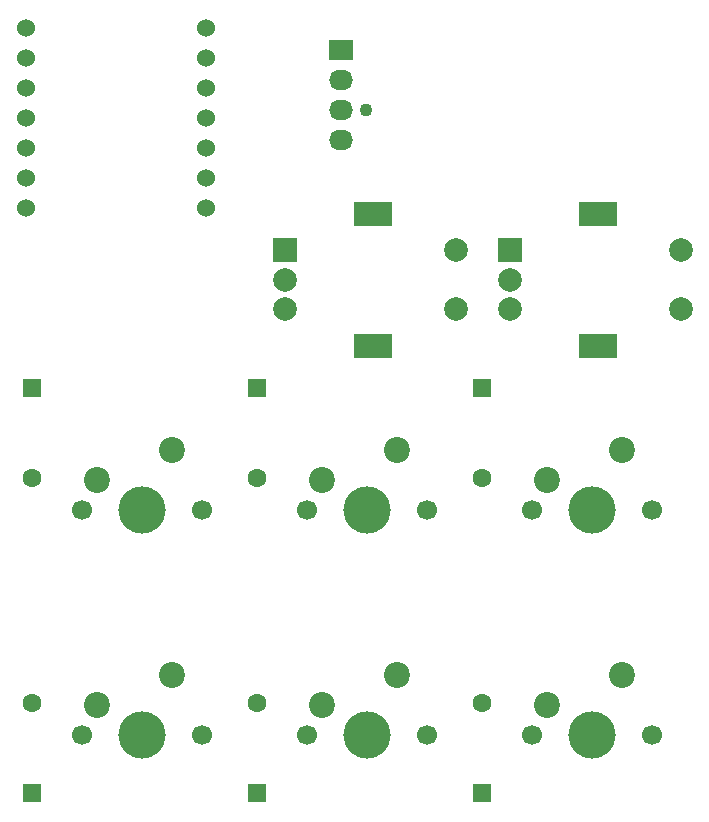
<source format=gbs>
%TF.GenerationSoftware,KiCad,Pcbnew,9.0.6*%
%TF.CreationDate,2025-12-04T23:37:52+05:30*%
%TF.ProjectId,MacroPad,4d616372-6f50-4616-942e-6b696361645f,rev?*%
%TF.SameCoordinates,Original*%
%TF.FileFunction,Soldermask,Bot*%
%TF.FilePolarity,Negative*%
%FSLAX46Y46*%
G04 Gerber Fmt 4.6, Leading zero omitted, Abs format (unit mm)*
G04 Created by KiCad (PCBNEW 9.0.6) date 2025-12-04 23:37:52*
%MOMM*%
%LPD*%
G01*
G04 APERTURE LIST*
G04 Aperture macros list*
%AMRoundRect*
0 Rectangle with rounded corners*
0 $1 Rounding radius*
0 $2 $3 $4 $5 $6 $7 $8 $9 X,Y pos of 4 corners*
0 Add a 4 corners polygon primitive as box body*
4,1,4,$2,$3,$4,$5,$6,$7,$8,$9,$2,$3,0*
0 Add four circle primitives for the rounded corners*
1,1,$1+$1,$2,$3*
1,1,$1+$1,$4,$5*
1,1,$1+$1,$6,$7*
1,1,$1+$1,$8,$9*
0 Add four rect primitives between the rounded corners*
20,1,$1+$1,$2,$3,$4,$5,0*
20,1,$1+$1,$4,$5,$6,$7,0*
20,1,$1+$1,$6,$7,$8,$9,0*
20,1,$1+$1,$8,$9,$2,$3,0*%
G04 Aperture macros list end*
%ADD10C,1.700000*%
%ADD11C,4.000000*%
%ADD12C,2.200000*%
%ADD13R,2.000000X2.000000*%
%ADD14C,2.000000*%
%ADD15R,3.200000X2.000000*%
%ADD16C,1.100000*%
%ADD17R,2.030000X1.730000*%
%ADD18O,2.030000X1.730000*%
%ADD19C,1.524000*%
%ADD20RoundRect,0.250000X-0.550000X0.550000X-0.550000X-0.550000X0.550000X-0.550000X0.550000X0.550000X0*%
%ADD21C,1.600000*%
%ADD22RoundRect,0.250000X0.550000X-0.550000X0.550000X0.550000X-0.550000X0.550000X-0.550000X-0.550000X0*%
G04 APERTURE END LIST*
D10*
%TO.C,SW5*%
X136010000Y-114270000D03*
D11*
X141090000Y-114270000D03*
D10*
X146170000Y-114270000D03*
D12*
X143630000Y-109190000D03*
X137280000Y-111730000D03*
%TD*%
D13*
%TO.C,SW8*%
X134105000Y-73233750D03*
D14*
X134105000Y-78233750D03*
X134105000Y-75733750D03*
D15*
X141605000Y-70133750D03*
X141605000Y-81333750D03*
D14*
X148605000Y-78233750D03*
X148605000Y-73233750D03*
%TD*%
D16*
%TO.C,J1*%
X141027500Y-61406250D03*
D17*
X138867500Y-56326250D03*
D18*
X138867500Y-58866250D03*
X138867500Y-61406250D03*
X138867500Y-63946250D03*
%TD*%
D10*
%TO.C,SW4*%
X116960000Y-114270000D03*
D11*
X122040000Y-114270000D03*
D10*
X127120000Y-114270000D03*
D12*
X124580000Y-109190000D03*
X118230000Y-111730000D03*
%TD*%
D10*
%TO.C,SW3*%
X136010000Y-95220000D03*
D11*
X141090000Y-95220000D03*
D10*
X146170000Y-95220000D03*
D12*
X143630000Y-90140000D03*
X137280000Y-92680000D03*
%TD*%
D10*
%TO.C,SW6*%
X155060000Y-95220000D03*
D11*
X160140000Y-95220000D03*
D10*
X165220000Y-95220000D03*
D12*
X162680000Y-90140000D03*
X156330000Y-92680000D03*
%TD*%
D10*
%TO.C,SW1*%
X155060000Y-114270000D03*
D11*
X160140000Y-114270000D03*
D10*
X165220000Y-114270000D03*
D12*
X162680000Y-109190000D03*
X156330000Y-111730000D03*
%TD*%
D19*
%TO.C,U2*%
X112197500Y-54421250D03*
X112197500Y-56961250D03*
X112197500Y-59501250D03*
X112197500Y-62041250D03*
X112197500Y-64581250D03*
X112197500Y-67121250D03*
X112197500Y-69661250D03*
X127437500Y-69661250D03*
X127437500Y-67121250D03*
X127437500Y-64581250D03*
X127437500Y-62041250D03*
X127437500Y-59501250D03*
X127437500Y-56961250D03*
X127437500Y-54421250D03*
%TD*%
D10*
%TO.C,SW2*%
X116960000Y-95220000D03*
D11*
X122040000Y-95220000D03*
D10*
X127120000Y-95220000D03*
D12*
X124580000Y-90140000D03*
X118230000Y-92680000D03*
%TD*%
D13*
%TO.C,SW7*%
X153155000Y-73233750D03*
D14*
X153155000Y-78233750D03*
X153155000Y-75733750D03*
D15*
X160655000Y-70133750D03*
X160655000Y-81333750D03*
D14*
X167655000Y-78233750D03*
X167655000Y-73233750D03*
%TD*%
D20*
%TO.C,D7*%
X112673750Y-84901250D03*
D21*
X112673750Y-92521250D03*
%TD*%
D22*
%TO.C,D10*%
X131723750Y-119191250D03*
D21*
X131723750Y-111571250D03*
%TD*%
D20*
%TO.C,D6*%
X150773750Y-84901250D03*
D21*
X150773750Y-92521250D03*
%TD*%
D20*
%TO.C,D8*%
X131723750Y-84901250D03*
D21*
X131723750Y-92521250D03*
%TD*%
D22*
%TO.C,D5*%
X150773750Y-119191250D03*
D21*
X150773750Y-111571250D03*
%TD*%
D22*
%TO.C,D9*%
X112673750Y-119191250D03*
D21*
X112673750Y-111571250D03*
%TD*%
M02*

</source>
